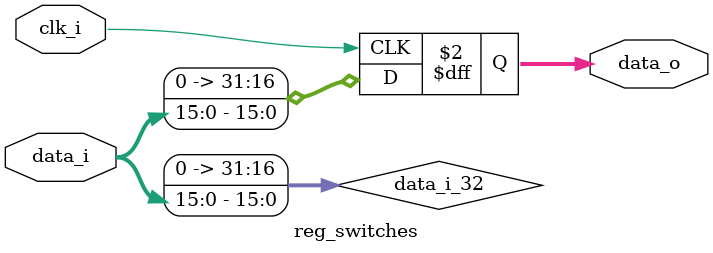
<source format=sv>
`timescale 1ns / 1ps

module reg_switches (
    input   logic              clk_i,    // Señal de clk del modulo (10MHz)
    input   logic  [ 15 : 0 ]  data_i,   // Dato de entrada
    output  logic  [ 31 : 0 ]  data_o);  // Dato de salida
    
    logic  [ 31 : 0 ]  data_i_32;
    
    assign data_i_32 = {16'b0, data_i};  // Toma el dato de entrada (16 bits) y lo expando a 32 bits
    
// Se implementa la logica de un registro, es un registro sin write enable
    always_ff @(posedge clk_i) begin
        data_o <= data_i_32;
    end
    
endmodule

</source>
